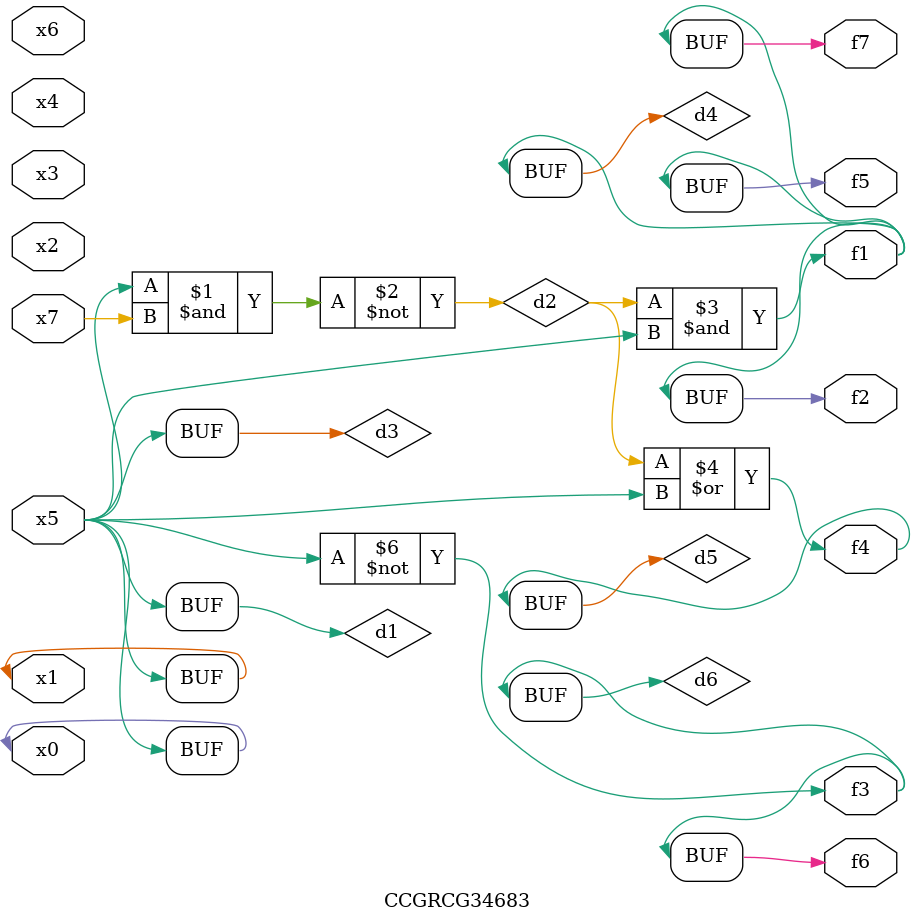
<source format=v>
module CCGRCG34683(
	input x0, x1, x2, x3, x4, x5, x6, x7,
	output f1, f2, f3, f4, f5, f6, f7
);

	wire d1, d2, d3, d4, d5, d6;

	buf (d1, x0, x5);
	nand (d2, x5, x7);
	buf (d3, x0, x1);
	and (d4, d2, d3);
	or (d5, d2, d3);
	nor (d6, d1, d3);
	assign f1 = d4;
	assign f2 = d4;
	assign f3 = d6;
	assign f4 = d5;
	assign f5 = d4;
	assign f6 = d6;
	assign f7 = d4;
endmodule

</source>
